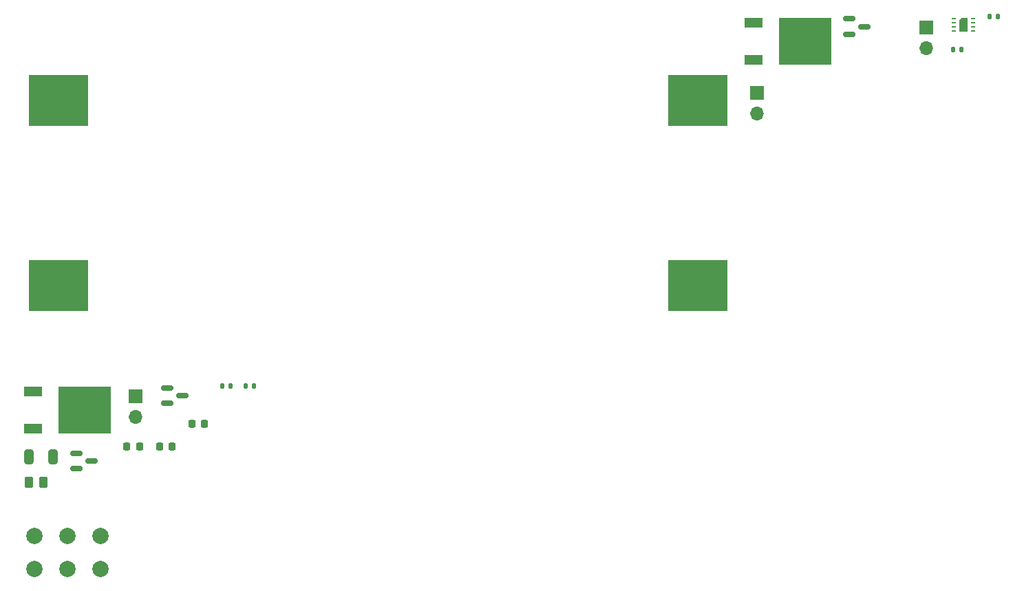
<source format=gbr>
%TF.GenerationSoftware,KiCad,Pcbnew,(6.0.8)*%
%TF.CreationDate,2023-04-17T13:42:39+02:00*%
%TF.ProjectId,Group22_Power,47726f75-7032-4325-9f50-6f7765722e6b,rev?*%
%TF.SameCoordinates,Original*%
%TF.FileFunction,Copper,L1,Top*%
%TF.FilePolarity,Positive*%
%FSLAX46Y46*%
G04 Gerber Fmt 4.6, Leading zero omitted, Abs format (unit mm)*
G04 Created by KiCad (PCBNEW (6.0.8)) date 2023-04-17 13:42:39*
%MOMM*%
%LPD*%
G01*
G04 APERTURE LIST*
G04 Aperture macros list*
%AMRoundRect*
0 Rectangle with rounded corners*
0 $1 Rounding radius*
0 $2 $3 $4 $5 $6 $7 $8 $9 X,Y pos of 4 corners*
0 Add a 4 corners polygon primitive as box body*
4,1,4,$2,$3,$4,$5,$6,$7,$8,$9,$2,$3,0*
0 Add four circle primitives for the rounded corners*
1,1,$1+$1,$2,$3*
1,1,$1+$1,$4,$5*
1,1,$1+$1,$6,$7*
1,1,$1+$1,$8,$9*
0 Add four rect primitives between the rounded corners*
20,1,$1+$1,$2,$3,$4,$5,0*
20,1,$1+$1,$4,$5,$6,$7,0*
20,1,$1+$1,$6,$7,$8,$9,0*
20,1,$1+$1,$8,$9,$2,$3,0*%
%AMFreePoly0*
4,1,6,0.500000,-0.850000,-0.500000,-0.850000,-0.500000,0.550000,-0.200000,0.850000,0.500000,0.850000,0.500000,-0.850000,0.500000,-0.850000,$1*%
G04 Aperture macros list end*
%TA.AperFunction,SMDPad,CuDef*%
%ADD10R,0.550000X0.250000*%
%TD*%
%TA.AperFunction,SMDPad,CuDef*%
%ADD11FreePoly0,0.000000*%
%TD*%
%TA.AperFunction,SMDPad,CuDef*%
%ADD12RoundRect,0.150000X-0.587500X-0.150000X0.587500X-0.150000X0.587500X0.150000X-0.587500X0.150000X0*%
%TD*%
%TA.AperFunction,SMDPad,CuDef*%
%ADD13R,2.200000X1.200000*%
%TD*%
%TA.AperFunction,SMDPad,CuDef*%
%ADD14R,6.400000X5.800000*%
%TD*%
%TA.AperFunction,SMDPad,CuDef*%
%ADD15C,2.000000*%
%TD*%
%TA.AperFunction,SMDPad,CuDef*%
%ADD16RoundRect,0.135000X-0.135000X-0.185000X0.135000X-0.185000X0.135000X0.185000X-0.135000X0.185000X0*%
%TD*%
%TA.AperFunction,SMDPad,CuDef*%
%ADD17RoundRect,0.250000X-0.262500X-0.450000X0.262500X-0.450000X0.262500X0.450000X-0.262500X0.450000X0*%
%TD*%
%TA.AperFunction,ComponentPad*%
%ADD18R,1.700000X1.700000*%
%TD*%
%TA.AperFunction,ComponentPad*%
%ADD19O,1.700000X1.700000*%
%TD*%
%TA.AperFunction,SMDPad,CuDef*%
%ADD20RoundRect,0.250000X-0.325000X-0.650000X0.325000X-0.650000X0.325000X0.650000X-0.325000X0.650000X0*%
%TD*%
%TA.AperFunction,SMDPad,CuDef*%
%ADD21RoundRect,0.225000X-0.225000X-0.250000X0.225000X-0.250000X0.225000X0.250000X-0.225000X0.250000X0*%
%TD*%
%TA.AperFunction,SMDPad,CuDef*%
%ADD22R,7.340000X6.350000*%
%TD*%
G04 APERTURE END LIST*
D10*
%TO.P,U4,1,SDA*%
%TO.N,/Sensors/SDA*%
X196090000Y-63670000D03*
%TO.P,U4,2,ADDR*%
%TO.N,GND*%
X196090000Y-64170000D03*
%TO.P,U4,3,ALERT*%
%TO.N,unconnected-(U4-Pad3)*%
X196090000Y-64670000D03*
%TO.P,U4,4,SCL*%
%TO.N,/Sensors/SCL*%
X196090000Y-65170000D03*
%TO.P,U4,5,VDD*%
%TO.N,+3V3REG*%
X198440000Y-65170000D03*
%TO.P,U4,6,~{RESET}*%
%TO.N,unconnected-(U4-Pad6)*%
X198440000Y-64670000D03*
%TO.P,U4,7,R*%
%TO.N,GND*%
X198440000Y-64170000D03*
%TO.P,U4,8,VSS*%
X198440000Y-63670000D03*
D11*
%TO.P,U4,9,VSS*%
X197265000Y-64420000D03*
%TD*%
D12*
%TO.P,U3,1,VOUT*%
%TO.N,Net-(J2-Pad1)*%
X99247500Y-109090000D03*
%TO.P,U3,2,GND*%
%TO.N,GND*%
X99247500Y-110990000D03*
%TO.P,U3,3,VIN*%
%TO.N,+5VREG*%
X101122500Y-110040000D03*
%TD*%
%TO.P,U2,1,GND*%
%TO.N,GND*%
X183217500Y-63670000D03*
%TO.P,U2,2,Vout*%
%TO.N,+3V3REG*%
X183217500Y-65570000D03*
%TO.P,U2,3,Vin*%
%TO.N,+5VREG(Protected)*%
X185092500Y-64620000D03*
%TD*%
D13*
%TO.P,U1,1,Vin*%
%TO.N,Bat (Protected)*%
X171435000Y-64140000D03*
D14*
%TO.P,U1,2,GND*%
%TO.N,GND*%
X177735000Y-66420000D03*
D13*
%TO.P,U1,3,Vout*%
%TO.N,+5VREG*%
X171435000Y-68700000D03*
%TD*%
D15*
%TO.P,TP6,1,1*%
%TO.N,/Bat+*%
X87015000Y-127300000D03*
%TD*%
%TO.P,TP5,1,1*%
%TO.N,+5VREG*%
X87015000Y-131350000D03*
%TD*%
%TO.P,TP4,1,1*%
%TO.N,+5VREG(Protected)*%
X91065000Y-127300000D03*
%TD*%
%TO.P,TP3,1,1*%
%TO.N,+3V3REG*%
X91065000Y-131350000D03*
%TD*%
%TO.P,TP2,1,1*%
%TO.N,Bat (Protected)*%
X82965000Y-127300000D03*
%TD*%
%TO.P,TP1,1,1*%
%TO.N,GND*%
X82965000Y-131350000D03*
%TD*%
D16*
%TO.P,R5,1*%
%TO.N,+3V3REG*%
X200435000Y-63390000D03*
%TO.P,R5,2*%
%TO.N,/Sensors/SCL*%
X201455000Y-63390000D03*
%TD*%
%TO.P,R4,1*%
%TO.N,+3V3REG*%
X195985000Y-67440000D03*
%TO.P,R4,2*%
%TO.N,/Sensors/SDA*%
X197005000Y-67440000D03*
%TD*%
D17*
%TO.P,R3,1*%
%TO.N,Net-(Q2-Pad1)*%
X82232500Y-120690000D03*
%TO.P,R3,2*%
%TO.N,Net-(Q1-Pad3)*%
X84057500Y-120690000D03*
%TD*%
D16*
%TO.P,R2,1*%
%TO.N,Net-(J2-Pad1)*%
X106065000Y-108810000D03*
%TO.P,R2,2*%
%TO.N,GND*%
X107085000Y-108810000D03*
%TD*%
%TO.P,R1,1*%
%TO.N,+5VREG*%
X108975000Y-108810000D03*
%TO.P,R1,2*%
%TO.N,Net-(Q2-Pad1)*%
X109995000Y-108810000D03*
%TD*%
D13*
%TO.P,Q2,1,G*%
%TO.N,Net-(Q2-Pad1)*%
X82815000Y-109560000D03*
D14*
%TO.P,Q2,2,D*%
%TO.N,+5VREG(Protected)*%
X89115000Y-111840000D03*
D13*
%TO.P,Q2,3,S*%
%TO.N,+5VREG*%
X82815000Y-114120000D03*
%TD*%
D12*
%TO.P,Q1,1,G*%
%TO.N,Net-(J2-Pad1)*%
X88097500Y-117140000D03*
%TO.P,Q1,2,S*%
%TO.N,GND*%
X88097500Y-119040000D03*
%TO.P,Q1,3,D*%
%TO.N,Net-(Q1-Pad3)*%
X89972500Y-118090000D03*
%TD*%
D18*
%TO.P,J3,1,Pin_1*%
%TO.N,/Sensors/SCL*%
X192715000Y-64720000D03*
D19*
%TO.P,J3,2,Pin_2*%
%TO.N,/Sensors/SDA*%
X192715000Y-67260000D03*
%TD*%
D18*
%TO.P,J2,1,Pin_1*%
%TO.N,Net-(J2-Pad1)*%
X171885000Y-72770000D03*
D19*
%TO.P,J2,2,Pin_2*%
%TO.N,+5VREG*%
X171885000Y-75310000D03*
%TD*%
D18*
%TO.P,J1,1,Pin_1*%
%TO.N,Bat (Protected)*%
X95415000Y-110140000D03*
D19*
%TO.P,J1,2,Pin_2*%
%TO.N,Net-(D1-Pad1)*%
X95415000Y-112680000D03*
%TD*%
D20*
%TO.P,C4,1*%
%TO.N,+5VREG(Protected)*%
X82290000Y-117540000D03*
%TO.P,C4,2*%
%TO.N,GND*%
X85240000Y-117540000D03*
%TD*%
D21*
%TO.P,C3,1*%
%TO.N,Bat (Protected)*%
X102340000Y-113520000D03*
%TO.P,C3,2*%
%TO.N,GND*%
X103890000Y-113520000D03*
%TD*%
%TO.P,C2,1*%
%TO.N,+3V3REG*%
X94320000Y-116270000D03*
%TO.P,C2,2*%
%TO.N,GND*%
X95870000Y-116270000D03*
%TD*%
%TO.P,C1,1*%
%TO.N,+5VREG*%
X98330000Y-116270000D03*
%TO.P,C1,2*%
%TO.N,GND*%
X99880000Y-116270000D03*
%TD*%
D22*
%TO.P,BT2,1,+*%
%TO.N,Net-(BT1-Pad2)*%
X85920000Y-96460000D03*
%TO.P,BT2,2,-*%
%TO.N,GND*%
X164580000Y-96460000D03*
%TD*%
%TO.P,BT1,1,+*%
%TO.N,Bat+*%
X85920000Y-73750000D03*
%TO.P,BT1,2,-*%
%TO.N,Net-(BT1-Pad2)*%
X164580000Y-73750000D03*
%TD*%
M02*

</source>
